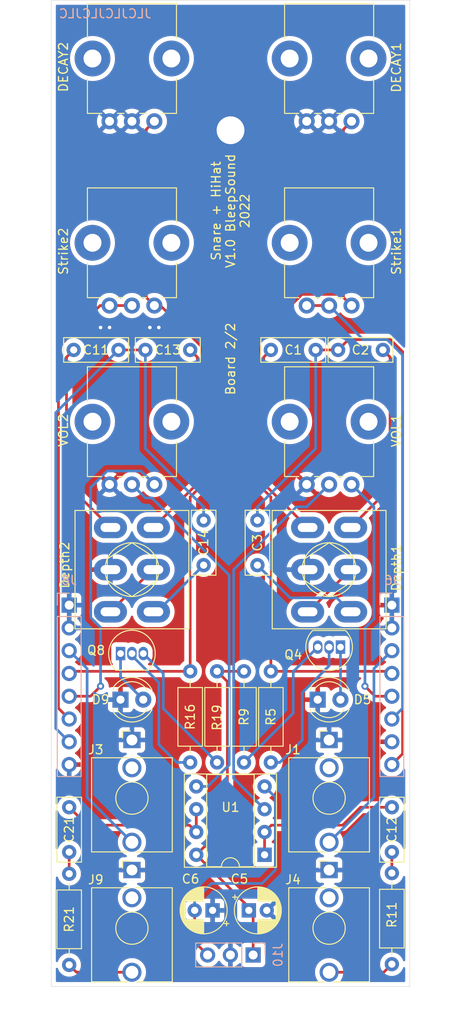
<source format=kicad_pcb>
(kicad_pcb (version 20211014) (generator pcbnew)
  (layers (0 "F.Cu" signal) (31 "B.Cu" signal) (34 "B.Paste" user) (35 "F.Paste" user) (36 "B.SilkS" user "B.Silkscreen") (37 "F.SilkS" user "F.Silkscreen") (38 "B.Mask" user) (39 "F.Mask" user) (44 "Edge.Cuts" user))
  (net 0 "")
  (net 1 "GND")
  (net 2 "+12V")
  (net 3 "-12V")
  (net 4 "Net-(U1-Pad2)")
  (net 5 "Net-(C1-Pad2)")
  (net 6 "Net-(C11-Pad2)")
  (net 7 "Net-(C12-Pad2)")
  (net 8 "Net-(C14-Pad2)")
  (net 9 "Net-(D5-Pad2)")
  (net 11 "/DeH")
  (net 12 "Net-(C2-Pad2)")
  (net 13 "Net-(C3-Pad2)")
  (net 14 "/SnI")
  (net 15 "/SnH")
  (net 16 "/So")
  (net 17 "/HiDH")
  (net 18 "Net-(C13-Pad2)")
  (net 19 "/HiI")
  (net 20 "/HiH")
  (net 21 "/Ho")
  (net 23 "Net-(C21-Pad2)")
  (net 24 "Net-(C21-Pad1)")
  (net 25 "Net-(D9-Pad2)")
  (net 26 "Net-(R11-Pad1)")
  (net 28 "Net-(R21-Pad1)")
  (net 30 "/SnO")
  (net 31 "/HiO")
  (net 32 "Net-(Q4-Pad3)")
  (net 33 "Net-(Q4-Pad2)")
  (net 34 "Net-(VOL1-Pad2)")
  (net 35 "Net-(Q8-Pad3)")
  (net 36 "Net-(Q8-Pad2)")
  (net 37 "Net-(VOL2-Pad2)")
  (net 38 "Net-(Depth1-Pad3)")
  (net 39 "Net-(Depth2-Pad3)")
  (footprint "Capacitor_THT:C_Disc_D7.0mm_W2.5mm_P5.00mm" (layer "F.Cu") (at 83 68.5)
    (fp_text reference "C2" (at 2.5 0) (layer "F.SilkS"))
    (fp_text value "1µF")
    (pad "1" thru_hole circle locked (at 0 0) (size 1.6 1.6) (drill 0.8) (layers *.Cu *.Mask) (net 11 "/DeH"))
    (pad "2" thru_hole circle locked (at 5 0) (size 1.6 1.6) (drill 0.8) (layers *.Cu *.Mask) (net 12 "Net-(C2-Pad2)"))
  )
  (footprint "Potentiometer_THT:Potentiometer_Bourns_PTV09A-1_Single_Vertical" (layer "F.Cu") (at 62.5 83.5 90)
    (fp_text reference "VOL2" (at 6.05 -10.15 90) (layer "F.SilkS"))
    (fp_text value "10k")
    (pad "" np_thru_hole circle locked (at 7 1.9 90) (size 4 4) (drill 2) (layers *.Cu *.Mask))
    (pad "" np_thru_hole circle locked (at 7 -6.9 90) (size 4 4) (drill 2) (layers *.Cu *.Mask))
    (pad "1" thru_hole circle locked (at 0 0 90) (size 1.8 1.8) (drill 1) (layers *.Cu *.Mask) (net 31 "/HiO"))
    (pad "2" thru_hole circle locked (at 0 -2.5 90) (size 1.8 1.8) (drill 1) (layers *.Cu *.Mask) (net 37 "Net-(VOL2-Pad2)"))
    (pad "3" thru_hole circle locked (at 0 -5 90) (size 1.8 1.8) (drill 1) (layers *.Cu *.Mask) (net 1 "GND"))
  )
  (footprint "Resistor_THT:R_Axial_DIN0207_L6.3mm_D2.5mm_P10.16mm_Horizontal" (layer "F.Cu") (at 66.5 104.34 -90)
    (fp_text reference "R16" (at 5.08 0 90) (layer "F.SilkS"))
    (fp_text value "100k")
    (pad "1" thru_hole circle locked (at 0 0 270) (size 1.6 1.6) (drill 0.8) (layers *.Cu *.Mask) (net 20 "/HiH"))
    (pad "2" thru_hole oval locked (at 10.16 0 270) (size 1.6 1.6) (drill 0.8) (layers *.Cu *.Mask) (net 36 "Net-(Q8-Pad2)"))
  )
  (footprint "LED_THT:LED_D4.0mm" (layer "F.Cu") (at 80.725 107.5)
    (fp_text reference "D5" (at 5 0) (layer "F.SilkS"))
    (fp_text value "Trig Snare")
    (pad "1" thru_hole rect locked (at 0 0) (size 1.8 1.8) (drill 0.9) (layers *.Cu *.Mask) (net 1 "GND"))
    (pad "2" thru_hole circle locked (at 2.54 0) (size 1.8 1.8) (drill 0.9) (layers *.Cu *.Mask) (net 9 "Net-(D5-Pad2)"))
  )
  (footprint "Connector_Audio:Jack_3.5mm_QingPu_WQP-PJ398SM_Vertical_CircularHoles" (layer "F.Cu") (at 82 112)
    (fp_text reference "J1" (at -4.03 1.08 180) (layer "F.SilkS"))
    (fp_text value "Snare IN")
    (pad "S" thru_hole rect locked (at 0 0 180) (size 1.93 1.83) (drill 1.22) (layers *.Cu *.Mask) (net 1 "GND"))
    (pad "T" thru_hole circle locked (at 0 11.4 180) (size 2.13 2.13) (drill 1.43) (layers *.Cu *.Mask) (net 14 "/SnI"))
    (pad "TN" thru_hole circle locked (at 0 3.1 180) (size 2.13 2.13) (drill 1.42) (layers *.Cu *.Mask))
  )
  (footprint "LED_THT:LED_D4.0mm" (layer "F.Cu") (at 58.725 107.5)
    (fp_text reference "D9" (at -2.225 0) (layer "F.SilkS"))
    (fp_text value "Trig_HiHat")
    (pad "1" thru_hole rect locked (at 0 0) (size 1.8 1.8) (drill 0.9) (layers *.Cu *.Mask) (net 1 "GND"))
    (pad "2" thru_hole circle locked (at 2.54 0) (size 1.8 1.8) (drill 0.9) (layers *.Cu *.Mask) (net 25 "Net-(D9-Pad2)"))
  )
  (footprint "Capacitor_THT:CP_Radial_D5.0mm_P2.00mm" (layer "F.Cu") (at 73.044888 131)
    (fp_text reference "C5" (at -1.044888 -3.5 180) (layer "F.SilkS"))
    (fp_text value "10µ")
    (pad "1" thru_hole rect locked (at 0 0) (size 1.6 1.6) (drill 0.8) (layers *.Cu *.Mask) (net 2 "+12V"))
    (pad "2" thru_hole circle locked (at 2 0) (size 1.6 1.6) (drill 0.8) (layers *.Cu *.Mask) (net 1 "GND"))
  )
  (footprint "Capacitor_THT:C_Disc_D7.0mm_W2.5mm_P5.00mm" (layer "F.Cu") (at 68 87.5 -90)
    (fp_text reference "C14" (at 2.5 0 90) (layer "F.SilkS"))
    (fp_text value "0.1µF")
    (pad "1" thru_hole circle locked (at 0 0 270) (size 1.6 1.6) (drill 0.8) (layers *.Cu *.Mask) (net 17 "/HiDH"))
    (pad "2" thru_hole circle locked (at 5 0 270) (size 1.6 1.6) (drill 0.8) (layers *.Cu *.Mask) (net 8 "Net-(C14-Pad2)"))
  )
  (footprint "Synth:SW_DPDT_Toggle" (layer "F.Cu") (at 82 93 90)
    (fp_text reference "Depth1" (at 0.2 7.5 90) (layer "F.SilkS"))
    (fp_text value "SW_Push_DPDT")
    (pad "1" thru_hole oval locked (at 4.7 -2.4 180) (size 3.7 2.4) (drill oval 2.2 1) (layers *.Cu *.Mask) (net 5 "Net-(C1-Pad2)"))
    (pad "2" thru_hole oval locked (at 0 -2.4 180) (size 3.7 2.4) (drill oval 2.2 1) (layers *.Cu *.Mask) (net 1 "GND"))
    (pad "3" thru_hole oval locked (at -4.7 -2.4 180) (size 3.7 2.4) (drill oval 2.2 1) (layers *.Cu *.Mask) (net 38 "Net-(Depth1-Pad3)"))
    (pad "4" thru_hole oval locked (at 4.7 2.4 180) (size 3.7 2.4) (drill oval 2.2 1) (layers *.Cu *.Mask) (net 12 "Net-(C2-Pad2)"))
    (pad "5" thru_hole oval locked (at 0 2.4 180) (size 3.7 2.4) (drill oval 2.2 1) (layers *.Cu *.Mask) (net 38 "Net-(Depth1-Pad3)"))
    (pad "6" thru_hole oval locked (at -4.7 2.4 180) (size 3.7 2.4) (drill oval 2.2 1) (layers *.Cu *.Mask) (net 13 "Net-(C3-Pad2)"))
  )
  (footprint "Potentiometer_THT:Potentiometer_Bourns_PTV09A-1_Single_Vertical" (layer "F.Cu") (at 84.5 63.55 90)
    (fp_text reference "Strike1" (at 6.05 5 270) (layer "F.SilkS"))
    (fp_text value "100k")
    (pad "" np_thru_hole circle locked (at 7 1.9 90) (size 4 4) (drill 2) (layers *.Cu *.Mask))
    (pad "" np_thru_hole circle locked (at 7 -6.9 90) (size 4 4) (drill 2) (layers *.Cu *.Mask))
    (pad "1" thru_hole circle locked (at 0 0 90) (size 1.8 1.8) (drill 1) (layers *.Cu *.Mask) (net 15 "/SnH"))
    (pad "2" thru_hole circle locked (at 0 -2.5 90) (size 1.8 1.8) (drill 1) (layers *.Cu *.Mask) (net 16 "/So"))
    (pad "3" thru_hole circle locked (at 0 -5 90) (size 1.8 1.8) (drill 1) (layers *.Cu *.Mask) (net 16 "/So"))
  )
  (footprint "Capacitor_THT:C_Disc_D7.0mm_W2.5mm_P5.00mm" (layer "F.Cu") (at 58.5 68.5 180)
    (fp_text reference "C11" (at 2.5 0) (layer "F.SilkS"))
    (fp_text value "10µF")
    (pad "1" thru_hole circle locked (at 0 0 180) (size 1.6 1.6) (drill 0.8) (layers *.Cu *.Mask) (net 17 "/HiDH"))
    (pad "2" thru_hole circle locked (at 5 0 180) (size 1.6 1.6) (drill 0.8) (layers *.Cu *.Mask) (net 6 "Net-(C11-Pad2)"))
  )
  (footprint "Package_TO_SOT_THT:TO-92_Inline" (layer "F.Cu") (at 83.27 101.64 180)
    (fp_text reference "Q4" (at 5.27 -0.86) (layer "F.SilkS"))
    (fp_text value "2N3904")
    (pad "1" thru_hole rect locked (at 0 0 180) (size 1.05 1.5) (drill 0.75) (layers *.Cu *.Mask) (net 9 "Net-(D5-Pad2)"))
    (pad "2" thru_hole oval locked (at 1.27 0 180) (size 1.05 1.5) (drill 0.75) (layers *.Cu *.Mask) (net 33 "Net-(Q4-Pad2)"))
    (pad "3" thru_hole oval locked (at 2.54 0 180) (size 1.05 1.5) (drill 0.75) (layers *.Cu *.Mask) (net 32 "Net-(Q4-Pad3)"))
  )
  (footprint "Resistor_THT:R_Axial_DIN0207_L6.3mm_D2.5mm_P10.16mm_Horizontal" (layer "F.Cu") (at 69.5 104.34 -90)
    (fp_text reference "R19" (at 5.16 0 90) (layer "F.SilkS"))
    (fp_text value "1k")
    (pad "1" thru_hole circle locked (at 0 0 270) (size 1.6 1.6) (drill 0.8) (layers *.Cu *.Mask) (net 2 "+12V"))
    (pad "2" thru_hole oval locked (at 10.16 0 270) (size 1.6 1.6) (drill 0.8) (layers *.Cu *.Mask) (net 35 "Net-(Q8-Pad3)"))
  )
  (footprint "Capacitor_THT:C_Disc_D7.0mm_W2.5mm_P5.00mm" (layer "F.Cu") (at 61.5 68.5)
    (fp_text reference "C13" (at 2.5 0) (layer "F.SilkS"))
    (fp_text value "1µF")
    (pad "1" thru_hole circle locked (at 0 0) (size 1.6 1.6) (drill 0.8) (layers *.Cu *.Mask) (net 17 "/HiDH"))
    (pad "2" thru_hole circle locked (at 5 0) (size 1.6 1.6) (drill 0.8) (layers *.Cu *.Mask) (net 18 "Net-(C13-Pad2)"))
  )
  (footprint "Capacitor_THT:C_Disc_D7.0mm_W2.5mm_P5.00mm" (layer "F.Cu") (at 53 119.5 -90)
    (fp_text reference "C21" (at 2.5 0 90) (layer "F.SilkS"))
    (fp_text value "10µF")
    (pad "1" thru_hole circle locked (at 0 0 270) (size 1.6 1.6) (drill 0.8) (layers *.Cu *.Mask) (net 24 "Net-(C21-Pad1)"))
    (pad "2" thru_hole circle locked (at 5 0 270) (size 1.6 1.6) (drill 0.8) (layers *.Cu *.Mask) (net 23 "Net-(C21-Pad2)"))
  )
  (footprint "Capacitor_THT:CP_Radial_D5.0mm_P2.00mm" (layer "F.Cu") (at 69 131 180)
    (fp_text reference "C6" (at 2.455113 3.5 180) (layer "F.SilkS"))
    (fp_text value "10µ")
    (pad "1" thru_hole rect locked (at 0 0 180) (size 1.6 1.6) (drill 0.8) (layers *.Cu *.Mask) (net 1 "GND"))
    (pad "2" thru_hole circle locked (at 2 0 180) (size 1.6 1.6) (drill 0.8) (layers *.Cu *.Mask) (net 3 "-12V"))
  )
  (footprint "Connector_Audio:Jack_3.5mm_QingPu_WQP-PJ398SM_Vertical_CircularHoles" (layer "F.Cu") (at 60 112)
    (fp_text reference "J3" (at -4.03 1.08 180) (layer "F.SilkS"))
    (fp_text value "HiHat IN")
    (pad "S" thru_hole rect locked (at 0 0 180) (size 1.93 1.83) (drill 1.22) (layers *.Cu *.Mask) (net 1 "GND"))
    (pad "T" thru_hole circle locked (at 0 11.4 180) (size 2.13 2.13) (drill 1.43) (layers *.Cu *.Mask) (net 19 "/HiI"))
    (pad "TN" thru_hole circle locked (at 0 3.1 180) (size 2.13 2.13) (drill 1.42) (layers *.Cu *.Mask))
  )
  (footprint "Resistor_THT:R_Axial_DIN0207_L6.3mm_D2.5mm_P10.16mm_Horizontal" (layer "F.Cu") (at 75.5 104.34 -90)
    (fp_text reference "R5" (at 5.08 0 90) (layer "F.SilkS"))
    (fp_text value "100k")
    (pad "1" thru_hole circle locked (at 0 0 270) (size 1.6 1.6) (drill 0.8) (layers *.Cu *.Mask) (net 15 "/SnH"))
    (pad "2" thru_hole oval locked (at 10.16 0 270) (size 1.6 1.6) (drill 0.8) (layers *.Cu *.Mask) (net 33 "Net-(Q4-Pad2)"))
  )
  (footprint "Potentiometer_THT:Potentiometer_Bourns_PTV09A-1_Single_Vertical" (layer "F.Cu") (at 84.5 43 90)
    (fp_text reference "DECAY1" (at 6 5 90) (layer "F.SilkS"))
    (fp_text value "100k")
    (pad "" np_thru_hole circle locked (at 7 1.9 90) (size 4 4) (drill 2) (layers *.Cu *.Mask))
    (pad "" np_thru_hole circle locked (at 7 -6.9 90) (size 4 4) (drill 2) (layers *.Cu *.Mask))
    (pad "1" thru_hole circle locked (at 0 0 90) (size 1.8 1.8) (drill 1) (layers *.Cu *.Mask) (net 15 "/SnH"))
    (pad "2" thru_hole circle locked (at 0 -2.5 90) (size 1.8 1.8) (drill 1) (layers *.Cu *.Mask) (net 1 "GND"))
    (pad "3" thru_hole circle locked (at 0 -5 90) (size 1.8 1.8) (drill 1) (layers *.Cu *.Mask) (net 1 "GND"))
  )
  (footprint "Resistor_THT:R_Axial_DIN0207_L6.3mm_D2.5mm_P10.16mm_Horizontal" (layer "F.Cu") (at 72.5 104.34 -90)
    (fp_text reference "R9" (at 5.08 0 90) (layer "F.SilkS"))
    (fp_text value "1k")
    (pad "1" thru_hole circle locked (at 0 0 270) (size 1.6 1.6) (drill 0.8) (layers *.Cu *.Mask) (net 2 "+12V"))
    (pad "2" thru_hole oval locked (at 10.16 0 270) (size 1.6 1.6) (drill 0.8) (layers *.Cu *.Mask) (net 32 "Net-(Q4-Pad3)"))
  )
  (footprint "Capacitor_THT:C_Disc_D7.0mm_W2.5mm_P5.00mm" (layer "F.Cu") (at 80.5 68.5 180)
    (fp_text reference "C1" (at 2.5 0) (layer "F.SilkS"))
    (fp_text value "10µF")
    (pad "1" thru_hole circle locked (at 0 0 180) (size 1.6 1.6) (drill 0.8) (layers *.Cu *.Mask) (net 11 "/DeH"))
    (pad "2" thru_hole circle locked (at 5 0 180) (size 1.6 1.6) (drill 0.8) (layers *.Cu *.Mask) (net 5 "Net-(C1-Pad2)"))
  )
  (footprint "Connector_Audio:Jack_3.5mm_QingPu_WQP-PJ398SM_Vertical_CircularHoles" (layer "F.Cu") (at 60 126.5)
    (fp_text reference "J9" (at -4.03 1.08 180) (layer "F.SilkS"))
    (fp_text value "HiHat OUT")
    (pad "S" thru_hole rect locked (at 0 0 180) (size 1.93 1.83) (drill 1.22) (layers *.Cu *.Mask) (net 1 "GND"))
    (pad "T" thru_hole circle locked (at 0 11.4 180) (size 2.13 2.13) (drill 1.43) (layers *.Cu *.Mask) (net 28 "Net-(R21-Pad1)"))
    (pad "TN" thru_hole circle locked (at 0 3.1 180) (size 2.13 2.13) (drill 1.42) (layers *.Cu *.Mask))
  )
  (footprint "Potentiometer_THT:Potentiometer_Bourns_PTV09A-1_Single_Vertical" (layer "F.Cu") (at 62.5 63.55 90)
    (fp_text reference "Strike2" (at 6.05 -10.15 90) (layer "F.SilkS"))
    (fp_text value "100k")
    (pad "" np_thru_hole circle locked (at 7 -6.9 90) (size 4 4) (drill 2) (layers *.Cu *.Mask))
    (pad "" np_thru_hole circle locked (at 7 1.9 90) (size 4 4) (drill 2) (layers *.Cu *.Mask))
    (pad "1" thru_hole circle locked (at 0 0 90) (size 1.8 1.8) (drill 1) (layers *.Cu *.Mask) (net 20 "/HiH"))
    (pad "2" thru_hole circle locked (at 0 -2.5 90) (size 1.8 1.8) (drill 1) (layers *.Cu *.Mask) (net 21 "/Ho"))
    (pad "3" thru_hole circle locked (at 0 -5 90) (size 1.8 1.8) (drill 1) (layers *.Cu *.Mask) (net 21 "/Ho"))
  )
  (footprint "Resistor_THT:R_Axial_DIN0207_L6.3mm_D2.5mm_P10.16mm_Horizontal" (layer "F.Cu") (at 53 137.08 90)
    (fp_text reference "R21" (at 5.08 0 90) (layer "F.SilkS"))
    (fp_text value "1k")
    (pad "1" thru_hole circle locked (at 0 0 90) (size 1.6 1.6) (drill 0.8) (layers *.Cu *.Mask) (net 28 "Net-(R21-Pad1)"))
    (pad "2" thru_hole oval locked (at 10.16 0 90) (size 1.6 1.6) (drill 0.8) (layers *.Cu *.Mask) (net 23 "Net-(C21-Pad2)"))
  )
  (footprint "Potentiometer_THT:Potentiometer_Bourns_PTV09A-1_Single_Vertical" (layer "F.Cu") (at 84.5 83.5 90)
    (fp_text reference "VOL1" (at 6 5 90) (layer "F.SilkS"))
    (fp_text value "10k")
    (pad "" np_thru_hole circle locked (at 7 1.9 90) (size 4 4) (drill 2) (layers *.Cu *.Mask))
    (pad "" np_thru_hole circle locked (at 7 -6.9 90) (size 4 4) (drill 2) (layers *.Cu *.Mask))
    (pad "1" thru_hole circle locked (at 0 0 90) (size 1.8 1.8) (drill 1) (layers *.Cu *.Mask) (net 30 "/SnO"))
    (pad "2" thru_hole circle locked (at 0 -2.5 90) (size 1.8 1.8) (drill 1) (layers *.Cu *.Mask) (net 34 "Net-(VOL1-Pad2)"))
    (pad "3" thru_hole circle locked (at 0 -5 90) (size 1.8 1.8) (drill 1) (layers *.Cu *.Mask) (net 1 "GND"))
  )
  (footprint "Resistor_THT:R_Axial_DIN0207_L6.3mm_D2.5mm_P10.16mm_Horizontal" (layer "F.Cu") (at 89 137 90)
    (fp_text reference "R11" (at 5.5 0 90) (layer "F.SilkS"))
    (fp_text value "1k")
    (pad "1" thru_hole circle locked (at 0 0 90) (size 1.6 1.6) (drill 0.8) (layers *.Cu *.Mask) (net 26 "Net-(R11-Pad1)"))
    (pad "2" thru_hole oval locked (at 10.16 0 90) (size 1.6 1.6) (drill 0.8) (layers *.Cu *.Mask) (net 7 "Net-(C12-Pad2)"))
  )
  (footprint "Potentiometer_THT:Potentiometer_Bourns_PTV09A-1_Single_Vertical" (layer "F.Cu") (at 62.5 43 90)
    (fp_text reference "DECAY2" (at 6.05 -10.15 90) (layer "F.SilkS"))
    (fp_text value "100k")
    (pad "" np_thru_hole circle locked (at 7 1.9 90) (size 4 4) (drill 2) (layers *.Cu *.Mask))
    (pad "" np_thru_hole circle locked (at 7 -6.9 90) (size 4 4) (drill 2) (layers *.Cu *.Mask))
    (pad "1" thru_hole circle locked (at 0 0 90) (size 1.8 1.8) (drill 1) (layers *.Cu *.Mask) (net 20 "/HiH"))
    (pad "2" thru_hole circle locked (at 0 -2.5 90) (size 1.8 1.8) (drill 1) (layers *.Cu *.Mask) (net 1 "GND"))
    (pad "3" thru_hole circle locked (at 0 -5 90) (size 1.8 1.8) (drill 1) (layers *.Cu *.Mask) (net 1 "GND"))
  )
  (footprint "Capacitor_THT:C_Disc_D7.0mm_W2.5mm_P5.00mm" (layer "F.Cu") (at 74 87.5 -90)
    (fp_text reference "C3" (at 2.5 0 90) (layer "F.SilkS"))
    (fp_text value "0.1µF")
    (pad "1" thru_hole circle locked (at 0 0 270) (size 1.6 1.6) (drill 0.8) (layers *.Cu *.Mask) (net 11 "/DeH"))
    (pad "2" thru_hole circle locked (at 5 0 270) (size 1.6 1.6) (drill 0.8) (layers *.Cu *.Mask) (net 13 "Net-(C3-Pad2)"))
  )
  (footprint "Synth:SW_DPDT_Toggle" (layer "F.Cu") (at 60 93 90)
    (fp_text reference "Depth2" (at 0.5 -7.5 90) (layer "F.SilkS"))
    (fp_text value "SW_Push_DPDT")
    (pad "1" thru_hole oval locked (at 4.7 -2.4 180) (size 3.7 2.4) (drill oval 2.2 1) (layers *.Cu *.Mask) (net 6 "Net-(C11-Pad2)"))
    (pad "2" thru_hole oval locked (at 0 -2.4 180) (size 3.7 2.4) (drill oval 2.2 1) (layers *.Cu *.Mask) (net 1 "GND"))
    (pad "3" thru_hole oval locked (at -4.7 -2.4 180) (size 3.7 2.4) (drill oval 2.2 1) (layers *.Cu *.Mask) (net 39 "Net-(Depth2-Pad3)"))
    (pad "4" thru_hole oval locked (at 4.7 2.4 180) (size 3.7 2.4) (drill oval 2.2 1) (layers *.Cu *.Mask) (net 18 "Net-(C13-Pad2)"))
    (pad "5" thru_hole oval locked (at 0 2.4 180) (size 3.7 2.4) (drill oval 2.2 1) (layers *.Cu *.Mask) (net 39 "Net-(Depth2-Pad3)"))
    (pad "6" thru_hole oval locked (at -4.7 2.4 180) (size 3.7 2.4) (drill oval 2.2 1) (layers *.Cu *.Mask) (net 8 "Net-(C14-Pad2)"))
  )
  (footprint "Package_DIP:DIP-8_W7.62mm_Socket" (layer "F.Cu") (at 74.8 124.8 180)
    (fp_text reference "U1" (at 3.8 5.3) (layer "F.SilkS"))
    (fp_text value "TL072")
    (pad "1" thru_hole rect locked (at 0 0 180) (size 1.6 1.6) (drill 0.8) (layers *.Cu *.Mask) (net 4 "Net-(U1-Pad2)"))
    (pad "2" thru_hole oval locked (at 0 2.54 180) (size 1.6 1.6) (drill 0.8) (layers *.Cu *.Mask) (net 4 "Net-(U1-Pad2)"))
    (pad "3" thru_hole oval locked (at 0 5.08 180) (size 1.6 1.6) (drill 0.8) (layers *.Cu *.Mask) (net 34 "Net-(VOL1-Pad2)"))
    (pad "4" thru_hole oval locked (at 0 7.62 180) (size 1.6 1.6) (drill 0.8) (layers *.Cu *.Mask) (net 3 "-12V"))
    (pad "5" thru_hole oval locked (at 7.62 7.62 180) (size 1.6 1.6) (drill 0.8) (layers *.Cu *.Mask) (net 37 "Net-(VOL2-Pad2)"))
    (pad "6" thru_hole oval locked (at 7.62 5.08 180) (size 1.6 1.6) (drill 0.8) (layers *.Cu *.Mask) (net 24 "Net-(C21-Pad1)"))
    (pad "7" thru_hole oval locked (at 7.62 2.54 180) (size 1.6 1.6) (drill 0.8) (layers *.Cu *.Mask) (net 24 "Net-(C21-Pad1)"))
    (pad "8" thru_hole oval locked (at 7.62 0 180) (size 1.6 1.6) (drill 0.8) (layers *.Cu *.Mask) (net 2 "+12V"))
  )
  (footprint "Capacitor_THT:C_Disc_D7.0mm_W2.5mm_P5.00mm" (layer "F.Cu") (at 89 119.5 -90)
    (fp_text reference "C12" (at 2.5 0 90) (layer "F.SilkS"))
    (fp_text value "10µF")
    (pad "1" thru_hole circle locked (at 0 0 270) (size 1.6 1.6) (drill 0.8) (layers *.Cu *.Mask) (net 4 "Net-(U1-Pad2)"))
    (pad "2" thru_hole circle locked (at 5 0 270) (size 1.6 1.6) (drill 0.8) (layers *.Cu *.Mask) (net 7 "Net-(C12-Pad2)"))
  )
  (footprint "Connector_Audio:Jack_3.5mm_QingPu_WQP-PJ398SM_Vertical_CircularHoles" (layer "F.Cu") (at 82 126.5)
    (fp_text reference "J4" (at -4.03 1.08 180) (layer "F.SilkS"))
    (fp_text value "Snare OUT")
    (pad "S" thru_hole rect locked (at 0 0 180) (size 1.93 1.83) (drill 1.22) (layers *.Cu *.Mask) (net 1 "GND"))
    (pad "T" thru_hole circle locked (at 0 11.4 180) (size 2.13 2.13) (drill 1.43) (layers *.Cu *.Mask) (net 26 "Net-(R11-Pad1)"))
    (pad "TN" thru_hole circle locked (at 0 3.1 180) (size 2.13 2.13) (drill 1.42) (layers *.Cu *.Mask))
  )
  (footprint "Package_TO_SOT_THT:TO-92_Inline" (layer "F.Cu") (at 58.73 102.36)
    (fp_text reference "Q8" (at -2.73 -0.36) (layer "F.SilkS"))
    (fp_text value "2N3904")
    (pad "1" thru_hole rect locked (at 0 0) (size 1.05 1.5) (drill 0.75) (layers *.Cu *.Mask) (net 25 "Net-(D9-Pad2)"))
    (pad "2" thru_hole oval locked (at 1.27 0) (size 1.05 1.5) (drill 0.75) (layers *.Cu *.Mask) (net 36 "Net-(Q8-Pad2)"))
    (pad "3" thru_hole oval locked (at 2.54 0) (size 1.05 1.5) (drill 0.75) (layers *.Cu *.Mask) (net 35 "Net-(Q8-Pad3)"))
  )
  (footprint "Connector_PinSocket_2.54mm:PinSocket_1x08_P2.54mm_Vertical" (layer "B.Cu") (at 89 96.96 180)
    (fp_text reference "J6" (at 0 2.77) (layer "B.SilkS") (effects (justify mirror)))
    (fp_text value "Conn_01x08_Female")
    (pad "1" thru_hole rect locked (at 0 0 180) (size 1.7 1.7) (drill 1) (layers *.Cu *.Mask) (net 1 "GND"))
    (pad "2" thru_hole oval locked (at 0 -2.54 180) (size 1.7 1.7) (drill 1) (layers *.Cu *.Mask) (net 1 "GND"))
    (pad "3" thru_hole oval locked (at 0 -5.08 180) (size 1.7 1.7) (drill 1) (layers *.Cu *.Mask) (net 14 "/SnI"))
    (pad "4" thru_hole oval locked (at 0 -7.62 180) (size 1.7 1.7) (drill 1) (layers *.Cu *.Mask) (net 15 "/SnH"))
    (pad "5" thru_hole oval locked (at 0 -10.16 180) (size 1.7 1.7) (drill 1) (layers *.Cu *.Mask) (net 30 "/SnO"))
    (pad "6" thru_hole oval locked (at 0 -12.7 180) (size 1.7 1.7) (drill 1) (layers *.Cu *.Mask) (net 16 "/So"))
    (pad "7" thru_hole oval locked (at 0 -15.24 180) (size 1.7 1.7) (drill 1) (layers *.Cu *.Mask) (net 1 "GND"))
    (pad "8" thru_hole oval locked (at 0 -17.78 180) (size 1.7 1.7) (drill 1) (layers *.Cu *.Mask) (net 11 "/DeH"))
  )
  (footprint "Connector_PinSocket_2.54mm:PinSocket_1x03_P2.54mm_Vertical" (layer "B.Cu") (at 73.525 135.975 90)
    (fp_text reference "J10" (at 0 2.77 90) (layer "B.SilkS") (effects (justify mirror)))
    (fp_text value "Conn_01x03_Female")
    (pad "1" thru_hole rect locked (at 0 0 90) (size 1.7 1.7) (drill 1) (layers *.Cu *.Mask) (net 2 "+12V"))
    (pad "2" thru_hole oval locked (at 0 -2.54 90) (size 1.7 1.7) (drill 1) (layers *.Cu *.Mask) (net 1 "GND"))
    (pad "3" thru_hole oval locked (at 0 -5.08 90) (size 1.7 1.7) (drill 1) (layers *.Cu *.Mask) (net 3 "-12V"))
  )
  (footprint "Connector_PinSocket_2.54mm:PinSocket_1x08_P2.54mm_Vertical" (layer "B.Cu") (at 53 96.96 180)
    (fp_text reference "J8" (at 0 2.77) (layer "B.SilkS") (effects (justify mirror)))
    (fp_text value "Conn_01x08_Female")
    (pad "1" thru_hole rect locked (at 0 0 180) (size 1.7 1.7) (drill 1) (layers *.Cu *.Mask) (net 1 "GND"))
    (pad "2" thru_hole oval locked (at 0 -2.54 180) (size 1.7 1.7) (drill 1) (layers *.Cu *.Mask) (net 1 "GND"))
    (pad "3" thru_hole oval locked (at 0 -5.08 180) (size 1.7 1.7) (drill 1) (layers *.Cu *.Mask) (net 19 "/HiI"))
    (pad "4" thru_hole oval locked (at 0 -7.62 180) (size 1.7 1.7) (drill 1) (layers *.Cu *.Mask) (net 20 "/HiH"))
    (pad "5" thru_hole oval locked (at 0 -10.16 180) (size 1.7 1.7) (drill 1) (layers *.Cu *.Mask) (net 31 "/HiO"))
    (pad "6" thru_hole oval locked (at 0 -12.7 180) (size 1.7 1.7) (drill 1) (layers *.Cu *.Mask) (net 21 "/Ho"))
    (pad "7" thru_hole oval locked (at 0 -15.24 180) (size 1.7 1.7) (drill 1) (layers *.Cu *.Mask) (net 17 "/HiDH"))
    (pad "8" thru_hole oval locked (at 0 -17.78 180) (size 1.7 1.7) (drill 1) (layers *.Cu *.Mask) (net 1 "GND"))
  )
  (gr_line (start 51 29.5) (end 51 139.5) (layer "Edge.Cuts") (width 0.05))
  (gr_line (start 90.999999 29.5) (end 91 139.5) (layer "Edge.Cuts") (width 0.05))
  (gr_line (start 51 29.5) (end 90.999999 29.5) (layer "Edge.Cuts") (width 0.05))
  (gr_line (start 51 139.5) (end 91 139.5) (layer "Edge.Cuts") (width 0.05))
  (gr_text "JLCJLCJLCJLC\n" (at 57 31) (layer "B.SilkS") (effects (font (size 1 1)) (justify mirror)))
  (gr_text "Snare + HiHat\nV1.0 BleepSound\n2022" (at 71 53 90) (layer "F.SilkS") (effects (font (size 1 1))))
  (gr_text "Board 2/2" (at 71 69.5 90) (layer "F.SilkS") (effects (font (size 1 1))))
  (via (at 62 66) (size 0.8) (drill 0.4) (layers "F.Cu" "B.Cu") (net 1))
  (via (at 71 44) (size 3.6) (drill 3.1) (layers "F.Cu" "B.Cu") (net 1))
  (via (at 56.5 66) (size 0.8) (drill 0.4) (layers "F.Cu" "B.Cu") (net 1))
  (via (at 57.5 66) (size 0.8) (drill 0.4) (layers "F.Cu" "B.Cu") (net 1))
  (via (at 63 66) (size 0.8) (drill 0.4) (layers "F.Cu" "B.Cu") (net 1))
  (segment (start 67.18 124.8) (end 73.044888 130.664888) (width 0.3) (layer "F.Cu") (net 2))
  (segment (start 73.525 131.480112) (end 73.044888 131) (width 0.3) (layer "F.Cu") (net 2))
  (segment (start 73.044888 130.664888) (end 73.044888 131) (width 0.3) (layer "F.Cu") (net 2))
  (segment (start 69.5 104.34) (end 70.649511 105.489511) (width 0.3) (layer "F.Cu") (net 2))
  (segment (start 69.5 104.34) (end 72.5 104.34) (width 0.3) (layer "F.Cu") (net 2))
  (segment (start 70.649511 105.489511) (end 70.649511 121.330489) (width 0.3) (layer "F.Cu") (net 2))
  (segment (start 73.525 135.975) (end 73.525 131.480112) (width 0.3) (layer "F.Cu") (net 2))
  (segment (start 70.649511 121.330489) (end 67.18 124.8) (width 0.3) (layer "F.Cu") (net 2))
  (segment (start 67 134.53) (end 68.445 135.975) (width 0.3) (layer "F.Cu") (net 3))
  (segment (start 67.2 130.8) (end 67 131) (width 0.3) (layer "F.Cu") (net 3))
  (segment (start 67 131) (end 67 134.53) (width 0.3) (layer "F.Cu") (net 3))
  (segment (start 67 129.86863) (end 67 131) (width 0.3) (layer "B.Cu") (net 3))
  (segment (start 68.86863 128) (end 67 129.86863) (width 0.3) (layer "B.Cu") (net 3))
  (segment (start 74.5 128) (end 68.86863 128) (width 0.3) (layer "B.Cu") (net 3))
  (segment (start 76 118.38) (end 76 126.5) (width 0.3) (layer "B.Cu") (net 3))
  (segment (start 74.8 117.18) (end 76 118.38) (width 0.3) (layer "B.Cu") (net 3))
  (segment (start 76 126.5) (end 74.5 128) (width 0.3) (layer "B.Cu") (net 3))
  (segment (start 75.56 121.5) (end 74.8 122.26) (width 0.3) (layer "F.Cu") (net 4))
  (segment (start 89 119.5) (end 85.5 119.5) (width 0.3) (layer "F.Cu") (net 4))
  (segment (start 74.8 124.8) (end 74.8 122.26) (width 0.3) (layer "F.Cu") (net 4))
  (segment (start 85.5 119.5) (end 83.5 121.5) (width 0.3) (layer "F.Cu") (net 4))
  (segment (start 83.5 121.5) (end 75.56 121.5) (width 0.3) (layer "F.Cu") (net 4))
  (segment (start 75.5 68.5) (end 74.700001 69.299999) (width 0.3) (layer "F.Cu") (net 5))
  (segment (start 74.700001 83.400001) (end 79.6 88.3) (width 0.3) (layer "F.Cu") (net 5))
  (segment (start 74.700001 69.299999) (end 74.700001 83.400001) (width 0.3) (layer "F.Cu") (net 5))
  (segment (start 53.5 68.5) (end 52.700001 69.299999) (width 0.3) (layer "F.Cu") (net 6))
  (segment (start 52.700001 83.400001) (end 57.6 88.3) (width 0.3) (layer "F.Cu") (net 6))
  (segment (start 52.700001 69.299999) (end 52.700001 83.400001) (width 0.3) (layer "F.Cu") (net 6))
  (segment (start 89 126.84) (end 89 124.5) (width 0.3) (layer "F.Cu") (net 7))
  (segment (start 68 92.5) (end 62.8 97.7) (width 0.3) (layer "B.Cu") (net 8))
  (segment (start 62.8 97.7) (end 62.4 97.7) (width 0.3) (layer "B.Cu") (net 8))
  (segment (start 83.27 107.495) (end 83.265 107.5) (width 0.3) (layer "B.Cu") (net 9))
  (segment (start 83.27 101.64) (end 83.27 107.495) (width 0.3) (layer "B.Cu") (net 9))
  (segment (start 90.199511 113.540489) (end 90.199511 68.699511) (width 0.3) (layer "F.Cu") (net 11))
  (segment (start 80.5 68.5) (end 83 68.5) (width 0.3) (layer "F.Cu") (net 11))
  (segment (start 89 114.74) (end 90.199511 113.540489) (width 0.3) (layer "F.Cu") (net 11))
  (segment (start 90.199511 68.699511) (end 88.850489 67.350489) (width 0.3) (layer "F.Cu") (net 11))
  (segment (start 88.850489 67.350489) (end 84.149511 67.350489) (width 0.3) (layer "F.Cu") (net 11))
  (segment (start 84.149511 67.350489) (end 83 68.5) (width 0.3) (layer "F.Cu") (net 11))
  (segment (start 80.5 68.5) (end 80.5 79.5) (width 0.3) (layer "B.Cu") (net 11))
  (segment (start 74 86) (end 74 87.5) (width 0.3) (layer "B.Cu") (net 11))
  (segment (start 80.5 79.5) (end 74 86) (width 0.3) (layer "B.Cu") (net 11))
  (segment (start 88.799999 69.299999) (end 88.799999 83.900001) (width 0.3) (layer "F.Cu") (net 12))
  (segment (start 88.799999 83.900001) (end 84.4 88.3) (width 0.3) (layer "F.Cu") (net 12))
  (segment (start 88 68.5) (end 88.799999 69.299999) (width 0.3) (layer "F.Cu") (net 12))
  (segment (start 74 92.5) (end 77.65048 96.15048) (width 0.3) (layer "B.Cu") (net 13))
  (segment (start 82.85048 96.15048) (end 84.4 97.7) (width 0.3) (layer "B.Cu") (net 13))
  (segment (start 77.65048 96.15048) (end 82.85048 96.15048) (width 0.3) (layer "B.Cu") (net 13))
  (segment (start 87 118.4) (end 87 104.04) (width 0.3) (layer "B.Cu") (net 14))
  (segment (start 87 104.04) (end 89 102.04) (width 0.3) (layer "B.Cu") (net 14))
  (segment (start 82 123.4) (end 87 118.4) (width 0.3) (layer "B.Cu") (net 14))
  (segment (start 75.5 84.906428) (end 74.200481 83.606908) (width 0.3) (layer "F.Cu") (net 15))
  (segment (start 88.76 104.34) (end 89 104.58) (width 0.3) (layer "F.Cu") (net 15))
  (segment (start 84.5 43) (end 83.6 43.9) (width 0.3) (layer "F.Cu") (net 15))
  (segment (start 75.5 104.34) (end 75.5 84.906428) (width 0.3) (layer "F.Cu") (net 15))
  (segment (start 74.200481 67.082443) (end 78.982435 62.300489) (width 0.3) (layer "F.Cu") (net 15))
  (segment (start 83.6 43.9) (end 83.6 62.65) (width 0.3) (layer "F.Cu") (net 15))
  (segment (start 74.200481 83.606908) (end 74.200481 67.082443) (width 0.3) (layer "F.Cu") (net 15))
  (segment (start 75.5 104.34) (end 88.76 104.34) (width 0.3) (layer "F.Cu") (net 15))
  (segment (start 78.982435 62.300489) (end 83.250489 62.300489) (width 0.3) (layer "F.Cu") (net 15))
  (segment (start 83.6 62.65) (end 84.5 63.55) (width 0.3) (layer "F.Cu") (net 15))
  (segment (start 83.250489 62.300489) (end 83.6 62.65) (width 0.3) (layer "F.Cu") (net 15))
  (segment (start 79.5 63.55) (end 82 63.55) (width 0.3) (layer "F.Cu") (net 16))
  (segment (start 85.800489 67.350489) (end 88.476144 67.350489) (width 0.3) (layer "B.Cu") (net 16))
  (segment (start 90.199511 69.073856) (end 90.199511 108.460489) (width 0.3) (layer "B.Cu") (net 16))
  (segment (start 88.476144 67.350489) (end 90.199511 69.073856) (width 0.3) (layer "B.Cu") (net 16))
  (segment (start 90.199511 108.460489) (end 89 109.66) (width 0.3) (layer "B.Cu") (net 16))
  (segment (start 82 63.55) (end 85.800489 67.350489) (width 0.3) (layer "B.Cu") (net 16))
  (segment (start 61.5 68.5) (end 58.5 68.5) (width 0.3) (layer "F.Cu") (net 17))
  (segment (start 51.5 75.5) (end 58.5 68.5) (width 0.3) (layer "B.Cu") (net 17))
  (segment (start 68 86) (end 61.5 79.5) (width 0.3) (layer "B.Cu") (net 17))
  (segment (start 61.5 79.5) (end 61.5 68.5) (width 0.3) (layer "B.Cu") (net 17))
  (segment (start 53 112.2) (end 51.5 110.7) (width 0.3) (layer "B.Cu") (net 17))
  (segment (start 68 87.5) (end 68 86) (width 0.3) (layer "B.Cu") (net 17))
  (segment (start 51.5 110.7) (end 51.5 75.5) (width 0.3) (layer "B.Cu") (net 17))
  (segment (start 67.299999 69.299999) (end 67.299999 83.400001) (width 0.3) (layer "F.Cu") (net 18))
  (segment (start 66.5 68.5) (end 67.299999 69.299999) (width 0.3) (layer "F.Cu") (net 18))
  (segment (start 67.299999 83.400001) (end 62.4 88.3) (width 0.3) (layer "F.Cu") (net 18))
  (segment (start 53 102.04) (end 55 104.04) (width 0.3) (layer "B.Cu") (net 19))
  (segment (start 55 104.04) (end 55 118.4) (width 0.3) (layer "B.Cu") (net 19))
  (segment (start 55 118.4) (end 60 123.4) (width 0.3) (layer "B.Cu") (net 19))
  (segment (start 66.5 104.34) (end 53.24 104.34) (width 0.3) (layer "F.Cu") (net 20))
  (segment (start 61.6 62.65) (end 62.5 63.55) (width 0.3) (layer "F.Cu") (net 20))
  (segment (start 62.5 43) (end 61.6 43.9) (width 0.3) (layer "F.Cu") (net 20))
  (segment (start 66.5 84.906428) (end 67.799519 83.606908) (width 0.3) (layer "F.Cu") (net 20))
  (segment (start 66.5 104.34) (end 66.5 84.906428) (width 0.3) (layer "F.Cu") (net 20))
  (segment (start 63.175655 63.55) (end 62.5 63.55) (width 0.3) (layer "F.Cu") (net 20))
  (segment (start 53.24 104.34) (end 53 104.58) (width 0.3) (layer "F.Cu") (net 20))
  (segment (start 67.799519 68.173864) (end 63.175655 63.55) (width 0.3) (layer "F.Cu") (net 20))
  (segment (start 67.799519 83.606908) (end 67.799519 68.173864) (width 0.3) (layer "F.Cu") (net 20))
  (segment (start 61.6 43.9) (end 61.6 62.65) (width 0.3) (layer "F.Cu") (net 20))
  (segment (start 51.800489 68.199511) (end 56.45 63.55) (width 0.3) (layer "F.Cu") (net 21))
  (segment (start 51.800489 108.460489) (end 51.800489 68.199511) (width 0.3) (layer "F.Cu") (net 21))
  (segment (start 53 109.66) (end 51.800489 108.460489) (width 0.3) (layer "F.Cu") (net 21))
  (segment (start 56.45 63.55) (end 57.5 63.55) (width 0.3) (layer "F.Cu") (net 21))
  (segment (start 60 63.55) (end 57.5 63.55) (width 0.3) (layer "F.Cu") (net 21))
  (segment (start 53 126.92) (end 53 124.5) (width 0.3) (layer "F.Cu") (net 23))
  (segment (start 55 121.5) (end 66.42 121.5) (width 0.3) (layer "F.Cu") (net 24))
  (segment (start 66.42 121.5) (end 67.18 122.26) (width 0.3) (layer "F.Cu") (net 24))
  (segment (start 67.18 119.72) (end 67.18 122.26) (width 0.3) (layer "F.Cu") (net 24))
  (segment (start 53 119.5) (end 55 121.5) (width 0.3) (layer "F.Cu") (net 24))
  (segment (start 61.265 107.5) (end 58.73 104.965) (width 0.3) (layer "B.Cu") (net 25))
  (segment (start 58.73 104.965) (end 58.73 102.36) (width 0.3) (layer "B.Cu") (net 25))
  (segment (start 88.1 137.9) (end 89 137) (width 0.3) (layer "F.Cu") (net 26))
  (segment (start 82 137.9) (end 88.1 137.9) (width 0.3) (layer "F.Cu") (net 26))
  (segment (start 60 137.9) (end 53.82 137.9) (width 0.3) (layer "F.Cu") (net 28))
  (segment (start 53.82 137.9) (end 53 137.08) (width 0.3) (layer "F.Cu") (net 28))
  (segment (start 87.12 107.12) (end 86 106) (width 0.3) (layer "F.Cu") (net 30))
  (segment (start 89 107.12) (end 87.12 107.12) (width 0.3) (layer "F.Cu") (net 30))
  (via (at 86 106) (size 0.8) (drill 0.4) (layers "F.Cu" "B.Cu") (net 30))
  (segment (start 86 99.5) (end 87 98.5) (width 0.3) (layer "B.Cu") (net 30))
  (segment (start 87 98.5) (end 87 86) (width 0.3) (layer "B.Cu") (net 30))
  (segment (start 86 106) (end 86 99.5) (width 0.3) (layer "B.Cu") (net 30))
  (segment (start 87 86) (end 84.5 83.5) (width 0.3) (layer "B.Cu") (net 30))
  (segment (start 53 107.12) (end 55.38 107.12) (width 0.3) (layer "F.Cu") (net 31))
  (segment (start 55.38 107.12) (end 56.5 106) (width 0.3) (layer "F.Cu") (net 31))
  (via (at 56.5 106) (size 0.8) (drill 0.4) (layers "F.Cu" "B.Cu") (net 31))
  (segment (start 57.232924 82) (end 61 82) (width 0.3) (layer "B.Cu") (net 31))
  (segment (start 55.40048 98.341832) (end 55.40048 83.832444) (width 0.3) (layer "B.Cu") (net 31))
  (segment (start 55.40048 83.832444) (end 57.232924 82) (width 0.3) (layer "B.Cu") (net 31))
  (segment (start 56.5 106) (end 56.5 99.441352) (width 0.3) (layer "B.Cu") (net 31))
  (segment (start 61 82) (end 62.5 83.5) (width 0.3) (layer "B.Cu") (net 31))
  (segment (start 56.5 99.441352) (end 55.40048 98.341832) (width 0.3) (layer "B.Cu") (net 31))
  (segment (start 78 109) (end 78 104.37) (width 0.3) (layer "B.Cu") (net 32))
  (segment (start 72.5 114.5) (end 78 109) (width 0.3) (layer "B.Cu") (net 32))
  (segment (start 78 104.37) (end 80.73 101.64) (width 0.3) (layer "B.Cu") (net 32))
  (segment (start 79 112) (end 76.5 114.5) (width 0.3) (layer "B.Cu") (net 33))
  (segment (start 82 103.725978) (end 79 106.725978) (width 0.3) (layer "B.Cu") (net 33))
  (segment (start 76.5 114.5) (end 75.5 114.5) (width 0.3) (layer "B.Cu") (net 33))
  (segment (start 82 101.64) (end 82 103.725978) (width 0.3) (layer "B.Cu") (net 33))
  (segment (start 79 106.725978) (end 79 112) (width 0.3) (layer "B.Cu") (net 33))
  (segment (start 74.8 119.72) (end 71.350489 116.270489) (width 0.3) (layer "B.Cu") (net 34))
  (segment (start 82 83.5) (end 79.5 86) (width 0.3) (layer "B.Cu") (net 34))
  (segment (start 71.350489 116.270489) (end 71.350489 93) (width 0.3) (layer "B.Cu") (net 34))
  (segment (start 82 83.5) (end 81.374345 83.5) (width 0.3) (layer "B.Cu") (net 34))
  (segment (start 79.5 86) (end 78.350489 86) (width 0.3) (layer "B.Cu") (net 34))
  (segment (start 78.350489 86) (end 71.350489 93) (width 0.3) (layer "B.Cu") (net 34))
  (segment (start 63.5 108.5) (end 63.5 104.59) (width 0.3) (layer "B.Cu") (net 35))
  (segment (start 69.5 114.5) (end 63.5 108.5) (width 0.3) (layer "B.Cu") (net 35))
  (segment (start 63.5 104.59) (end 61.27 102.36) (width 0.3) (layer "B.Cu") (net 35))
  (segment (start 60 102.36) (end 60 102.585) (width 0.3) (layer "B.Cu") (net 36))
  (segment (start 63 112.5) (end 65 114.5) (width 0.3) (layer "B.Cu") (net 36))
  (segment (start 65 114.5) (end 66.5 114.5) (width 0.3) (layer "B.Cu") (net 36))
  (segment (start 63 105.585) (end 63 112.5) (width 0.3) (layer "B.Cu") (net 36))
  (segment (start 60 102.585) (end 63 105.585) (width 0.3) (layer "B.Cu") (net 36))
  (segment (start 67.18 117.18) (end 68.445655 117.18) (width 0.3) (layer "B.Cu") (net 37))
  (segment (start 68.445655 117.18) (end 70.850969 114.774686) (width 0.3) (layer "B.Cu") (net 37))
  (segment (start 62.232924 85) (end 61.5 85) (width 0.3) (layer "B.Cu") (net 37))
  (segment (start 70.850969 114.774686) (end 70.850969 93.618045) (width 0.3) (layer "B.Cu") (net 37))
  (segment (start 61.5 85) (end 60 83.5) (width 0.3) (layer "B.Cu") (net 37))
  (segment (start 70.850969 93.618045) (end 62.232924 85) (width 0.3) (layer "B.Cu") (net 37))
  (segment (start 84.4 93) (end 79.7 97.7) (width 0.3) (layer "F.Cu") (net 38))
  (segment (start 79.7 97.7) (end 79.6 97.7) (width 0.3) (layer "F.Cu") (net 38))
  (segment (start 62.3 93) (end 57.6 97.7) (width 0.3) (layer "F.Cu") (net 39))
  (segment (start 62.4 93) (end 62.3 93) (width 0.3) (layer "F.Cu") (net 39))
  (zone (net 1) (net_name "GND") (layer "F.Cu") (connect_pads (clearance 0.508)) (min_thickness 0.254) (fill yes (thermal_gap 0.508) (thermal_bridge_width 0.508))
    (polygon (pts (xy 91 139.5) (xy 51 139.5) (xy 51 29.5) (xy 91 29.5)))
  )
  (zone (net 1) (net_name "GND") (layer "B.Cu") (connect_pads (clearance 0.508)) (min_thickness 0.254) (fill yes (thermal_gap 0.508) (thermal_bridge_width 0.508))
    (polygon (pts (xy 91 139.5) (xy 51 139.5) (xy 51 29.5) (xy 91 29.5)))
  )
)
</source>
